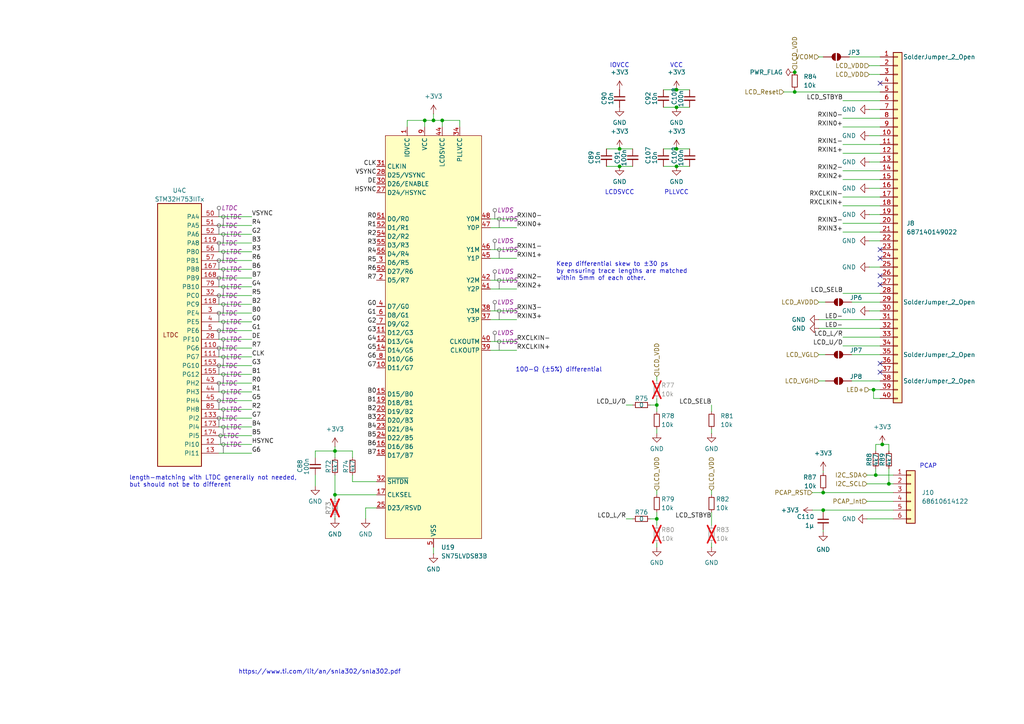
<source format=kicad_sch>
(kicad_sch
	(version 20250114)
	(generator "eeschema")
	(generator_version "9.0")
	(uuid "cfc08744-1338-460e-b9d6-bbb983fd58f1")
	(paper "A4")
	
	(text "100-Ω (±5%) differential "
		(exclude_from_sim no)
		(at 162.56 107.315 0)
		(effects
			(font
				(size 1.27 1.27)
			)
		)
		(uuid "1da41025-8cff-4a99-b544-8c763a73e2d1")
	)
	(text "length-matching with LTDC generally not needed,\nbut should not be to different"
		(exclude_from_sim no)
		(at 37.465 139.7 0)
		(effects
			(font
				(size 1.27 1.27)
			)
			(justify left)
		)
		(uuid "64ed9242-f7ed-489f-9dcd-11e30be8f01f")
	)
	(text "PLLVCC"
		(exclude_from_sim no)
		(at 196.215 55.88 0)
		(effects
			(font
				(size 1.27 1.27)
			)
		)
		(uuid "69441736-eb38-4f01-a3f7-3aea416466f1")
	)
	(text "VCC"
		(exclude_from_sim no)
		(at 196.215 19.05 0)
		(effects
			(font
				(size 1.27 1.27)
			)
		)
		(uuid "7910a5ee-8ec7-4e91-a5a0-12c5f115d328")
	)
	(text "Keep differential skew to ±30 ps\nby ensuring trace lengths are matched\nwithin 5mm of each other."
		(exclude_from_sim no)
		(at 161.29 78.74 0)
		(effects
			(font
				(size 1.27 1.27)
			)
			(justify left)
		)
		(uuid "8eeb9b79-d79c-41a9-8eb5-1c00247d0260")
	)
	(text "PCAP"
		(exclude_from_sim no)
		(at 269.24 135.255 0)
		(effects
			(font
				(size 1.27 1.27)
			)
		)
		(uuid "953f9d08-beaa-4a51-9778-13ce58a1a9e4")
	)
	(text "IOVCC"
		(exclude_from_sim no)
		(at 179.705 19.05 0)
		(effects
			(font
				(size 1.27 1.27)
			)
		)
		(uuid "9606f5f8-be5b-4b2d-8242-fc97946d3518")
	)
	(text "LCDSVCC"
		(exclude_from_sim no)
		(at 179.705 55.88 0)
		(effects
			(font
				(size 1.27 1.27)
			)
		)
		(uuid "b0eadaf5-52dd-452a-a86a-3eeecaa6db12")
	)
	(text "https://www.ti.com/lit/an/snla302/snla302.pdf"
		(exclude_from_sim no)
		(at 92.71 194.945 0)
		(effects
			(font
				(size 1.27 1.27)
			)
			(href "https://www.ti.com/lit/an/snla302/snla302.pdf")
		)
		(uuid "bb44997b-1e8e-473d-b79d-3a23b573ff01")
	)
	(junction
		(at 97.155 130.81)
		(diameter 0)
		(color 0 0 0 0)
		(uuid "0a014240-3880-4e76-9a94-85fc4b86e196")
	)
	(junction
		(at 179.705 48.26)
		(diameter 0)
		(color 0 0 0 0)
		(uuid "1a981e4a-df1f-4554-808a-8cb682e6b709")
	)
	(junction
		(at 255.905 128.905)
		(diameter 0)
		(color 0 0 0 0)
		(uuid "1f38e153-e651-4879-8c77-3220d9bfe30b")
	)
	(junction
		(at 196.215 26.035)
		(diameter 0)
		(color 0 0 0 0)
		(uuid "36bddcfd-11d5-48fe-af61-3a943aa79791")
	)
	(junction
		(at 257.81 140.335)
		(diameter 0)
		(color 0 0 0 0)
		(uuid "3925a27d-4875-405a-8c29-a7ba8d4725f7")
	)
	(junction
		(at 125.73 34.925)
		(diameter 0)
		(color 0 0 0 0)
		(uuid "51eeccfe-6686-4ca9-8aba-d515e08cb179")
	)
	(junction
		(at 190.5 117.475)
		(diameter 0)
		(color 0 0 0 0)
		(uuid "587b8044-6d76-4594-b205-64f5ae3d0cbf")
	)
	(junction
		(at 128.27 34.925)
		(diameter 0)
		(color 0 0 0 0)
		(uuid "5e4fb1b3-b906-42cb-9bcf-1fe43b515c5c")
	)
	(junction
		(at 123.19 34.925)
		(diameter 0)
		(color 0 0 0 0)
		(uuid "6921e377-c6aa-4918-8f18-78751ee65e4b")
	)
	(junction
		(at 230.505 26.67)
		(diameter 0)
		(color 0 0 0 0)
		(uuid "6b7b1be5-7851-40f7-b61c-54746ac8b71c")
	)
	(junction
		(at 179.705 43.18)
		(diameter 0)
		(color 0 0 0 0)
		(uuid "6f2f8254-1c91-4009-962f-948e94f45990")
	)
	(junction
		(at 238.76 147.955)
		(diameter 0)
		(color 0 0 0 0)
		(uuid "833e2d64-fc43-464a-9283-f695744d3d12")
	)
	(junction
		(at 253.365 113.03)
		(diameter 0)
		(color 0 0 0 0)
		(uuid "89518f6e-9c83-421f-9c57-ab6c1f4a7a34")
	)
	(junction
		(at 97.155 143.51)
		(diameter 0)
		(color 0 0 0 0)
		(uuid "b360e58b-d3d1-4f91-b7db-26a83f81783f")
	)
	(junction
		(at 238.76 142.875)
		(diameter 0)
		(color 0 0 0 0)
		(uuid "ba9f6885-d1c2-4976-8e6c-b3c768d67c14")
	)
	(junction
		(at 190.5 150.495)
		(diameter 0)
		(color 0 0 0 0)
		(uuid "cbdd449a-e405-445e-a272-3419885e6243")
	)
	(junction
		(at 196.215 48.26)
		(diameter 0)
		(color 0 0 0 0)
		(uuid "d008a368-33cc-4d3e-b958-698d092dfcd5")
	)
	(junction
		(at 196.215 31.115)
		(diameter 0)
		(color 0 0 0 0)
		(uuid "ec8f96ba-b615-4c3c-85a1-f8ab19bdb118")
	)
	(junction
		(at 230.505 20.955)
		(diameter 0)
		(color 0 0 0 0)
		(uuid "f0bb0dd0-1498-4cf2-80b4-e31af6999afb")
	)
	(junction
		(at 196.215 43.18)
		(diameter 0)
		(color 0 0 0 0)
		(uuid "f4221231-7f4d-4ee4-b654-d71f985c5bf1")
	)
	(junction
		(at 254 137.795)
		(diameter 0)
		(color 0 0 0 0)
		(uuid "f621acd5-9b92-4da7-afc1-ea1e53f7700e")
	)
	(no_connect
		(at 255.27 107.95)
		(uuid "206530de-08a6-4322-927d-360e1543f9c3")
	)
	(no_connect
		(at 255.27 80.01)
		(uuid "4670c019-b6c9-4fcc-b1c1-90483035a52d")
	)
	(no_connect
		(at 255.27 72.39)
		(uuid "57ba4c83-7552-48dc-a263-d34d0b323fe5")
	)
	(no_connect
		(at 255.27 82.55)
		(uuid "58e4a9ba-9959-41ee-8aa7-af7bb26bb0fc")
	)
	(no_connect
		(at 255.27 74.93)
		(uuid "6656bea9-1e28-47cc-8494-9faa91d6f4b4")
	)
	(no_connect
		(at 255.27 24.13)
		(uuid "b5294258-8b2c-4d02-a271-4a5af5e8753b")
	)
	(no_connect
		(at 255.27 105.41)
		(uuid "d5a720d4-226e-4161-a590-27effc13fbc0")
	)
	(wire
		(pts
			(xy 196.215 48.26) (xy 200.025 48.26)
		)
		(stroke
			(width 0)
			(type default)
		)
		(uuid "0298da3d-88c6-441a-bd23-3a8b6279e8c9")
	)
	(wire
		(pts
			(xy 251.46 140.335) (xy 257.81 140.335)
		)
		(stroke
			(width 0)
			(type default)
		)
		(uuid "05e528cd-cd25-429f-b1b3-d804461f1fbb")
	)
	(wire
		(pts
			(xy 257.81 135.89) (xy 257.81 140.335)
		)
		(stroke
			(width 0)
			(type default)
		)
		(uuid "06b39ecd-f131-4d5e-be11-106155e0051c")
	)
	(wire
		(pts
			(xy 149.86 99.06) (xy 142.24 99.06)
		)
		(stroke
			(width 0)
			(type default)
		)
		(uuid "0714a536-7eb6-4ce2-851e-ea015f0458bc")
	)
	(wire
		(pts
			(xy 238.76 154.305) (xy 238.76 153.67)
		)
		(stroke
			(width 0)
			(type default)
		)
		(uuid "07f733c1-2c84-4554-b580-90af3ab3af81")
	)
	(wire
		(pts
			(xy 97.155 149.86) (xy 97.155 150.495)
		)
		(stroke
			(width 0)
			(type default)
		)
		(uuid "09997052-fd26-4555-95c6-8743f1453e4f")
	)
	(wire
		(pts
			(xy 73.025 90.805) (xy 63.5 90.805)
		)
		(stroke
			(width 0)
			(type default)
		)
		(uuid "0c7769d9-58d9-424f-8e8c-af7626579794")
	)
	(wire
		(pts
			(xy 102.235 130.81) (xy 102.235 132.715)
		)
		(stroke
			(width 0)
			(type default)
		)
		(uuid "0c8bd05c-5fba-4223-a449-4cbbc5bdec09")
	)
	(wire
		(pts
			(xy 133.35 34.925) (xy 133.35 36.83)
		)
		(stroke
			(width 0)
			(type default)
		)
		(uuid "0fe53239-7447-4eb5-8ad5-c0e8b73b79db")
	)
	(wire
		(pts
			(xy 125.73 158.75) (xy 125.73 160.655)
		)
		(stroke
			(width 0)
			(type default)
		)
		(uuid "10cb2966-9e76-4d0b-ae0d-260f6ad04f92")
	)
	(wire
		(pts
			(xy 63.5 111.125) (xy 73.025 111.125)
		)
		(stroke
			(width 0)
			(type default)
		)
		(uuid "15e610cc-4c82-431d-a9a2-2303922c457c")
	)
	(wire
		(pts
			(xy 190.5 150.495) (xy 190.5 152.4)
		)
		(stroke
			(width 0)
			(type default)
		)
		(uuid "1682fa89-003e-4157-a37f-bb74a89a1921")
	)
	(wire
		(pts
			(xy 230.505 20.32) (xy 230.505 20.955)
		)
		(stroke
			(width 0)
			(type default)
		)
		(uuid "17155407-70a1-437c-acf1-ef8c745c8d55")
	)
	(wire
		(pts
			(xy 73.025 78.105) (xy 63.5 78.105)
		)
		(stroke
			(width 0)
			(type default)
		)
		(uuid "17d94e04-1564-40d7-929a-7f08193a5664")
	)
	(wire
		(pts
			(xy 238.76 147.955) (xy 238.76 148.59)
		)
		(stroke
			(width 0)
			(type default)
		)
		(uuid "193249d7-42be-4aa3-9346-3782bac88bef")
	)
	(wire
		(pts
			(xy 190.5 109.22) (xy 190.5 110.49)
		)
		(stroke
			(width 0)
			(type default)
		)
		(uuid "19ebde49-e7ee-4f44-aa21-c9a530b73c81")
	)
	(wire
		(pts
			(xy 252.095 90.17) (xy 255.27 90.17)
		)
		(stroke
			(width 0)
			(type default)
		)
		(uuid "1c029d85-b489-425d-b4be-7fb14080dda1")
	)
	(wire
		(pts
			(xy 247.015 87.63) (xy 255.27 87.63)
		)
		(stroke
			(width 0)
			(type default)
		)
		(uuid "1d48773f-2c67-4fd6-b92d-82324b248da6")
	)
	(wire
		(pts
			(xy 73.025 121.285) (xy 63.5 121.285)
		)
		(stroke
			(width 0)
			(type default)
		)
		(uuid "207bac0e-477b-4ecc-a9e7-30d1882c0397")
	)
	(wire
		(pts
			(xy 97.155 130.81) (xy 102.235 130.81)
		)
		(stroke
			(width 0)
			(type default)
		)
		(uuid "23b220bd-13e9-445f-ae5e-3ab326eee3d2")
	)
	(wire
		(pts
			(xy 238.76 142.24) (xy 238.76 142.875)
		)
		(stroke
			(width 0)
			(type default)
		)
		(uuid "23c600d3-e761-4c99-b45d-34adfb2a9b67")
	)
	(wire
		(pts
			(xy 244.475 59.69) (xy 255.27 59.69)
		)
		(stroke
			(width 0)
			(type default)
		)
		(uuid "27619d87-814b-4e66-8ce5-84c9b258f0bf")
	)
	(wire
		(pts
			(xy 142.24 74.93) (xy 149.86 74.93)
		)
		(stroke
			(width 0)
			(type default)
		)
		(uuid "29b1f2f7-9974-4042-9e5d-7f1190fac34f")
	)
	(wire
		(pts
			(xy 142.24 83.82) (xy 149.86 83.82)
		)
		(stroke
			(width 0)
			(type default)
		)
		(uuid "2c715c41-8579-4be5-8127-330173332aa8")
	)
	(wire
		(pts
			(xy 244.475 64.77) (xy 255.27 64.77)
		)
		(stroke
			(width 0)
			(type default)
		)
		(uuid "2f1b7142-5359-4472-b1fd-de96165f83e6")
	)
	(wire
		(pts
			(xy 73.025 80.645) (xy 63.5 80.645)
		)
		(stroke
			(width 0)
			(type default)
		)
		(uuid "2f42cc24-c719-4c2e-85ed-24e93a3cc083")
	)
	(wire
		(pts
			(xy 252.095 21.59) (xy 255.27 21.59)
		)
		(stroke
			(width 0)
			(type default)
		)
		(uuid "2f4e38f2-30cc-442c-b415-30467d32412d")
	)
	(wire
		(pts
			(xy 109.22 139.7) (xy 102.235 139.7)
		)
		(stroke
			(width 0)
			(type default)
		)
		(uuid "2fa43b00-581c-4b57-a7a9-a604f50b01d8")
	)
	(wire
		(pts
			(xy 73.025 70.485) (xy 63.5 70.485)
		)
		(stroke
			(width 0)
			(type default)
		)
		(uuid "2fd05b17-4010-4706-b3dd-e515141cfb1b")
	)
	(wire
		(pts
			(xy 181.61 150.495) (xy 183.515 150.495)
		)
		(stroke
			(width 0)
			(type default)
		)
		(uuid "30ffd6f7-ef1f-437f-9a7c-a23e216c9290")
	)
	(wire
		(pts
			(xy 206.375 117.475) (xy 206.375 119.38)
		)
		(stroke
			(width 0)
			(type default)
		)
		(uuid "312df952-f886-423f-9ecc-b76acc89c019")
	)
	(wire
		(pts
			(xy 244.475 57.15) (xy 255.27 57.15)
		)
		(stroke
			(width 0)
			(type default)
		)
		(uuid "338cbeb0-9e4c-42b6-9787-f19a5da2870c")
	)
	(wire
		(pts
			(xy 73.025 85.725) (xy 63.5 85.725)
		)
		(stroke
			(width 0)
			(type default)
		)
		(uuid "353d6dc0-f1dc-426d-ba7b-8e9e71df4b19")
	)
	(wire
		(pts
			(xy 230.505 26.035) (xy 230.505 26.67)
		)
		(stroke
			(width 0)
			(type default)
		)
		(uuid "354a3f1c-1c85-4f32-9b4a-8a7f5efa4e0a")
	)
	(wire
		(pts
			(xy 254 128.905) (xy 255.905 128.905)
		)
		(stroke
			(width 0)
			(type default)
		)
		(uuid "357e09a7-75f7-41a8-8c60-319f523d3773")
	)
	(wire
		(pts
			(xy 97.155 132.715) (xy 97.155 130.81)
		)
		(stroke
			(width 0)
			(type default)
		)
		(uuid "36eb8b53-c7a4-49dd-be5b-2105c6730fe4")
	)
	(wire
		(pts
			(xy 190.5 148.59) (xy 190.5 150.495)
		)
		(stroke
			(width 0)
			(type default)
		)
		(uuid "37521562-0348-42d1-a316-ad5f22f99668")
	)
	(wire
		(pts
			(xy 106.045 147.32) (xy 109.22 147.32)
		)
		(stroke
			(width 0)
			(type default)
		)
		(uuid "3a719ff8-c0b4-4593-b1f0-e26697bd70c2")
	)
	(wire
		(pts
			(xy 206.375 124.46) (xy 206.375 125.73)
		)
		(stroke
			(width 0)
			(type default)
		)
		(uuid "3ae24d99-1378-4e06-9b17-fab03726b185")
	)
	(wire
		(pts
			(xy 253.365 115.57) (xy 253.365 113.03)
		)
		(stroke
			(width 0)
			(type default)
		)
		(uuid "3d796974-152f-4f56-bd9a-5cb2a66feb94")
	)
	(wire
		(pts
			(xy 149.86 90.17) (xy 142.24 90.17)
		)
		(stroke
			(width 0)
			(type default)
		)
		(uuid "3db8ead2-c244-4591-9f6b-d8e5bc35cade")
	)
	(wire
		(pts
			(xy 251.46 137.795) (xy 254 137.795)
		)
		(stroke
			(width 0)
			(type default)
		)
		(uuid "3f295cfd-ebba-4b1e-bac9-708590bd77b6")
	)
	(wire
		(pts
			(xy 63.5 113.665) (xy 73.025 113.665)
		)
		(stroke
			(width 0)
			(type default)
		)
		(uuid "41c0f2a2-254c-4e56-9716-76286db98166")
	)
	(wire
		(pts
			(xy 91.44 130.81) (xy 97.155 130.81)
		)
		(stroke
			(width 0)
			(type default)
		)
		(uuid "45d0edf7-736a-4aa7-a23f-5212f8458eff")
	)
	(wire
		(pts
			(xy 253.365 115.57) (xy 255.27 115.57)
		)
		(stroke
			(width 0)
			(type default)
		)
		(uuid "4718d472-c8b6-4441-ab81-d18e38c07fbd")
	)
	(wire
		(pts
			(xy 73.025 95.885) (xy 63.5 95.885)
		)
		(stroke
			(width 0)
			(type default)
		)
		(uuid "474024e8-c41f-40cb-9189-6472ac0431c2")
	)
	(wire
		(pts
			(xy 244.475 52.07) (xy 255.27 52.07)
		)
		(stroke
			(width 0)
			(type default)
		)
		(uuid "48985834-8e71-434f-b58e-ed9ffa085d20")
	)
	(wire
		(pts
			(xy 238.76 147.955) (xy 259.08 147.955)
		)
		(stroke
			(width 0)
			(type default)
		)
		(uuid "4c814185-20ab-4c63-85a3-08873cf631b5")
	)
	(wire
		(pts
			(xy 73.025 126.365) (xy 63.5 126.365)
		)
		(stroke
			(width 0)
			(type default)
		)
		(uuid "4cfb2005-de05-4a9f-b8a3-20c9e3e1b72d")
	)
	(wire
		(pts
			(xy 73.025 88.265) (xy 63.5 88.265)
		)
		(stroke
			(width 0)
			(type default)
		)
		(uuid "502ec2c1-b2f3-4c69-8215-aea89d77cbb8")
	)
	(wire
		(pts
			(xy 235.585 142.875) (xy 238.76 142.875)
		)
		(stroke
			(width 0)
			(type default)
		)
		(uuid "51176f82-a718-44d9-8aac-1fbaebeebff1")
	)
	(wire
		(pts
			(xy 125.73 34.925) (xy 128.27 34.925)
		)
		(stroke
			(width 0)
			(type default)
		)
		(uuid "512c3170-6919-410f-ab24-a01210192fc0")
	)
	(wire
		(pts
			(xy 73.025 75.565) (xy 63.5 75.565)
		)
		(stroke
			(width 0)
			(type default)
		)
		(uuid "5189ac23-5b18-47b9-a125-4cf0911b02fc")
	)
	(wire
		(pts
			(xy 175.895 48.26) (xy 179.705 48.26)
		)
		(stroke
			(width 0)
			(type default)
		)
		(uuid "57ab13e2-8a92-42d1-9fb8-6b02d0766ffe")
	)
	(wire
		(pts
			(xy 188.595 150.495) (xy 190.5 150.495)
		)
		(stroke
			(width 0)
			(type default)
		)
		(uuid "5bb6ede0-1f09-4ee3-b054-e913caa88144")
	)
	(wire
		(pts
			(xy 252.095 62.23) (xy 255.27 62.23)
		)
		(stroke
			(width 0)
			(type default)
		)
		(uuid "5d74f553-7285-4b03-8f7a-7493264e6ca7")
	)
	(wire
		(pts
			(xy 237.49 92.71) (xy 255.27 92.71)
		)
		(stroke
			(width 0)
			(type default)
		)
		(uuid "5f241d29-31c2-41f4-bd3d-059c2e65be39")
	)
	(wire
		(pts
			(xy 73.025 128.905) (xy 63.5 128.905)
		)
		(stroke
			(width 0)
			(type default)
		)
		(uuid "6075275d-7f2e-461d-a448-e93aaa6b54b5")
	)
	(wire
		(pts
			(xy 206.375 142.24) (xy 206.375 143.51)
		)
		(stroke
			(width 0)
			(type default)
		)
		(uuid "60c7230e-5bca-4180-bcca-03d23889c8d9")
	)
	(wire
		(pts
			(xy 179.705 43.18) (xy 183.515 43.18)
		)
		(stroke
			(width 0)
			(type default)
		)
		(uuid "652c6c39-fa45-4f03-89a8-cde00a0d1335")
	)
	(wire
		(pts
			(xy 181.61 117.475) (xy 183.515 117.475)
		)
		(stroke
			(width 0)
			(type default)
		)
		(uuid "65cc8ab6-13ef-40a8-9b07-cc9baf602c04")
	)
	(wire
		(pts
			(xy 244.475 67.31) (xy 255.27 67.31)
		)
		(stroke
			(width 0)
			(type default)
		)
		(uuid "671eb76e-ac7c-495b-9377-d06227dbda46")
	)
	(wire
		(pts
			(xy 206.375 157.48) (xy 206.375 158.75)
		)
		(stroke
			(width 0)
			(type default)
		)
		(uuid "68278b12-7341-4bce-ab78-6f965d6478a7")
	)
	(wire
		(pts
			(xy 188.595 117.475) (xy 190.5 117.475)
		)
		(stroke
			(width 0)
			(type default)
		)
		(uuid "6e4fea39-f48b-434e-b2ca-502d3b4c5e09")
	)
	(wire
		(pts
			(xy 106.045 150.495) (xy 106.045 147.32)
		)
		(stroke
			(width 0)
			(type default)
		)
		(uuid "6f5af170-38aa-4c58-a2e9-2e76e811c87e")
	)
	(wire
		(pts
			(xy 63.5 106.045) (xy 73.025 106.045)
		)
		(stroke
			(width 0)
			(type default)
		)
		(uuid "6fd5cd1c-1fce-4386-8556-454db23ddc22")
	)
	(wire
		(pts
			(xy 63.5 108.585) (xy 73.025 108.585)
		)
		(stroke
			(width 0)
			(type default)
		)
		(uuid "705eca2d-93f6-4c58-a085-77d229760b3e")
	)
	(wire
		(pts
			(xy 244.475 100.33) (xy 255.27 100.33)
		)
		(stroke
			(width 0)
			(type default)
		)
		(uuid "71413b15-4c29-4db8-9aca-4d4d08e03b81")
	)
	(wire
		(pts
			(xy 190.5 124.46) (xy 190.5 125.73)
		)
		(stroke
			(width 0)
			(type default)
		)
		(uuid "71808231-1ba2-4266-ac0d-4cd719878a39")
	)
	(wire
		(pts
			(xy 251.46 145.415) (xy 259.08 145.415)
		)
		(stroke
			(width 0)
			(type default)
		)
		(uuid "718cbf0e-2c2e-4dfb-aa82-e96c26e595e9")
	)
	(wire
		(pts
			(xy 73.025 98.425) (xy 63.5 98.425)
		)
		(stroke
			(width 0)
			(type default)
		)
		(uuid "7346d934-c35c-43c1-88c0-f88dc480586d")
	)
	(wire
		(pts
			(xy 123.19 34.925) (xy 125.73 34.925)
		)
		(stroke
			(width 0)
			(type default)
		)
		(uuid "79289023-9eda-4942-b277-ffdf5c17a90c")
	)
	(wire
		(pts
			(xy 206.375 148.59) (xy 206.375 152.4)
		)
		(stroke
			(width 0)
			(type default)
		)
		(uuid "79526d75-b91c-4e80-a209-f4f7252523a2")
	)
	(wire
		(pts
			(xy 237.49 95.25) (xy 255.27 95.25)
		)
		(stroke
			(width 0)
			(type default)
		)
		(uuid "7a3e6c4f-9432-460d-bcc3-675f61fb2f7b")
	)
	(wire
		(pts
			(xy 237.49 87.63) (xy 239.395 87.63)
		)
		(stroke
			(width 0)
			(type default)
		)
		(uuid "7ba4c5a6-fc2a-42bf-835e-6d3fe146eb49")
	)
	(wire
		(pts
			(xy 73.025 65.405) (xy 63.5 65.405)
		)
		(stroke
			(width 0)
			(type default)
		)
		(uuid "7c194a2f-2393-4372-aed6-e1e9f16266e8")
	)
	(wire
		(pts
			(xy 244.475 85.09) (xy 255.27 85.09)
		)
		(stroke
			(width 0)
			(type default)
		)
		(uuid "7d97b2ea-9c3a-4444-8140-5f88442d21a4")
	)
	(wire
		(pts
			(xy 247.015 110.49) (xy 255.27 110.49)
		)
		(stroke
			(width 0)
			(type default)
		)
		(uuid "7eec6d08-ea72-4bec-9e8e-da5a45800fae")
	)
	(wire
		(pts
			(xy 102.235 139.7) (xy 102.235 137.795)
		)
		(stroke
			(width 0)
			(type default)
		)
		(uuid "7ef4ed38-09cf-4dc1-8d17-593720d6bfbd")
	)
	(wire
		(pts
			(xy 257.81 140.335) (xy 259.08 140.335)
		)
		(stroke
			(width 0)
			(type default)
		)
		(uuid "80449c22-7a2e-48ef-b100-319c64440b08")
	)
	(wire
		(pts
			(xy 91.44 130.81) (xy 91.44 132.715)
		)
		(stroke
			(width 0)
			(type default)
		)
		(uuid "8052b36c-73f0-4c99-a4b1-bba64c1b82e2")
	)
	(wire
		(pts
			(xy 118.11 34.925) (xy 123.19 34.925)
		)
		(stroke
			(width 0)
			(type default)
		)
		(uuid "82256a26-20d4-4f1c-8160-6219baaaf0fd")
	)
	(wire
		(pts
			(xy 192.405 31.115) (xy 196.215 31.115)
		)
		(stroke
			(width 0)
			(type default)
		)
		(uuid "824ceded-869f-4f61-9b0d-737a6d94db16")
	)
	(wire
		(pts
			(xy 252.095 31.75) (xy 255.27 31.75)
		)
		(stroke
			(width 0)
			(type default)
		)
		(uuid "83cc7d18-3605-4624-a3e7-065a5db17972")
	)
	(wire
		(pts
			(xy 97.155 129.54) (xy 97.155 130.81)
		)
		(stroke
			(width 0)
			(type default)
		)
		(uuid "862bf58b-0b37-45d1-90c8-c77c888bb601")
	)
	(wire
		(pts
			(xy 238.76 142.875) (xy 259.08 142.875)
		)
		(stroke
			(width 0)
			(type default)
		)
		(uuid "8a253ece-2bc3-43e4-9198-530d6b262d90")
	)
	(wire
		(pts
			(xy 253.365 113.03) (xy 255.27 113.03)
		)
		(stroke
			(width 0)
			(type default)
		)
		(uuid "8b0d9d8b-5c7a-4cad-883a-66ceb5f7ef54")
	)
	(wire
		(pts
			(xy 237.49 102.87) (xy 239.395 102.87)
		)
		(stroke
			(width 0)
			(type default)
		)
		(uuid "8b6da8b0-de78-4e0a-9628-aa523a0de7bb")
	)
	(wire
		(pts
			(xy 252.095 69.85) (xy 255.27 69.85)
		)
		(stroke
			(width 0)
			(type default)
		)
		(uuid "8fcba768-840e-438e-ac66-8ec626ed306c")
	)
	(wire
		(pts
			(xy 175.895 43.18) (xy 179.705 43.18)
		)
		(stroke
			(width 0)
			(type default)
		)
		(uuid "90afa069-9607-44d1-8a5b-5ef07d699a4a")
	)
	(wire
		(pts
			(xy 123.19 34.925) (xy 123.19 36.83)
		)
		(stroke
			(width 0)
			(type default)
		)
		(uuid "95aa725c-7b4c-4809-b773-ab53822a785e")
	)
	(wire
		(pts
			(xy 91.44 137.795) (xy 91.44 140.97)
		)
		(stroke
			(width 0)
			(type default)
		)
		(uuid "96be8705-1aaf-4f28-aace-ecacb5b0fc86")
	)
	(wire
		(pts
			(xy 235.585 147.955) (xy 238.76 147.955)
		)
		(stroke
			(width 0)
			(type default)
		)
		(uuid "9af2513d-bd0e-422c-8c69-9f61ea71fb1c")
	)
	(wire
		(pts
			(xy 244.475 34.29) (xy 255.27 34.29)
		)
		(stroke
			(width 0)
			(type default)
		)
		(uuid "9afaf073-8914-4b5f-9a09-321c7823603b")
	)
	(wire
		(pts
			(xy 149.86 63.5) (xy 142.24 63.5)
		)
		(stroke
			(width 0)
			(type default)
		)
		(uuid "9b1bb6e8-b640-4df4-90e7-f515e45fb94d")
	)
	(wire
		(pts
			(xy 257.81 128.905) (xy 257.81 130.81)
		)
		(stroke
			(width 0)
			(type default)
		)
		(uuid "9c4d6a6f-f984-42f1-a37b-45ccd36c49c2")
	)
	(wire
		(pts
			(xy 252.095 113.03) (xy 253.365 113.03)
		)
		(stroke
			(width 0)
			(type default)
		)
		(uuid "9cb67b43-cabd-47e1-99bb-bf896041f2a0")
	)
	(wire
		(pts
			(xy 255.905 128.905) (xy 257.81 128.905)
		)
		(stroke
			(width 0)
			(type default)
		)
		(uuid "9cd4ebb7-1f67-4d4a-86a6-5d4df2a67f6d")
	)
	(wire
		(pts
			(xy 73.025 103.505) (xy 63.5 103.505)
		)
		(stroke
			(width 0)
			(type default)
		)
		(uuid "9cd80d76-b308-4f36-bf78-30d41cf882c2")
	)
	(wire
		(pts
			(xy 238.76 16.51) (xy 237.49 16.51)
		)
		(stroke
			(width 0)
			(type default)
		)
		(uuid "9f27b011-688f-4b6b-a398-2eb6a223dd49")
	)
	(wire
		(pts
			(xy 73.025 123.825) (xy 63.5 123.825)
		)
		(stroke
			(width 0)
			(type default)
		)
		(uuid "a0b0b6be-49e7-466a-9be7-f5d9a5e202c7")
	)
	(wire
		(pts
			(xy 73.025 62.865) (xy 63.5 62.865)
		)
		(stroke
			(width 0)
			(type default)
		)
		(uuid "a2d4b60b-4a56-4117-9f46-350310b40e10")
	)
	(wire
		(pts
			(xy 238.76 136.525) (xy 238.76 137.16)
		)
		(stroke
			(width 0)
			(type default)
		)
		(uuid "a38bdfda-67d3-463a-8274-24b317601fed")
	)
	(wire
		(pts
			(xy 196.215 43.18) (xy 200.025 43.18)
		)
		(stroke
			(width 0)
			(type default)
		)
		(uuid "a42e8e46-cd2f-432f-9417-b53432b08db3")
	)
	(wire
		(pts
			(xy 230.505 26.67) (xy 255.27 26.67)
		)
		(stroke
			(width 0)
			(type default)
		)
		(uuid "a94d2cb2-c0e3-4b77-867f-08036eb8635e")
	)
	(wire
		(pts
			(xy 179.705 48.26) (xy 183.515 48.26)
		)
		(stroke
			(width 0)
			(type default)
		)
		(uuid "a9ab5bcb-7b6e-465d-8750-6972b61c2bbb")
	)
	(wire
		(pts
			(xy 196.215 31.115) (xy 200.025 31.115)
		)
		(stroke
			(width 0)
			(type default)
		)
		(uuid "aa32b454-0871-44c0-a45c-e8ddba70bf7e")
	)
	(wire
		(pts
			(xy 73.025 83.185) (xy 63.5 83.185)
		)
		(stroke
			(width 0)
			(type default)
		)
		(uuid "ab9141a5-c2e4-4987-b240-5417d21ae07d")
	)
	(wire
		(pts
			(xy 244.475 49.53) (xy 255.27 49.53)
		)
		(stroke
			(width 0)
			(type default)
		)
		(uuid "ae07fa32-ecd4-4f47-9f9a-68257480dc89")
	)
	(wire
		(pts
			(xy 252.095 19.05) (xy 255.27 19.05)
		)
		(stroke
			(width 0)
			(type default)
		)
		(uuid "ae5d1da4-dc18-4b2d-bc7a-ff67f4fd9e22")
	)
	(wire
		(pts
			(xy 73.025 73.025) (xy 63.5 73.025)
		)
		(stroke
			(width 0)
			(type default)
		)
		(uuid "ae88b2ef-c6a0-445c-8cfe-50ec635910c2")
	)
	(wire
		(pts
			(xy 252.095 77.47) (xy 255.27 77.47)
		)
		(stroke
			(width 0)
			(type default)
		)
		(uuid "b3918266-6f83-4b67-95c2-a18adeb3b8f8")
	)
	(wire
		(pts
			(xy 244.475 97.79) (xy 255.27 97.79)
		)
		(stroke
			(width 0)
			(type default)
		)
		(uuid "b74665b8-9c25-4e6e-9b69-3020ade95bd7")
	)
	(wire
		(pts
			(xy 125.73 33.02) (xy 125.73 34.925)
		)
		(stroke
			(width 0)
			(type default)
		)
		(uuid "b840f00d-7dd3-40a7-a038-2bd1432f126e")
	)
	(wire
		(pts
			(xy 128.27 34.925) (xy 133.35 34.925)
		)
		(stroke
			(width 0)
			(type default)
		)
		(uuid "b92b6ecf-f5c2-4e28-a6c0-424f103af062")
	)
	(wire
		(pts
			(xy 252.095 54.61) (xy 255.27 54.61)
		)
		(stroke
			(width 0)
			(type default)
		)
		(uuid "ba578d3a-fb82-4cea-8c1f-7e1fda372293")
	)
	(wire
		(pts
			(xy 254 137.795) (xy 259.08 137.795)
		)
		(stroke
			(width 0)
			(type default)
		)
		(uuid "bbd5ddb8-14c3-4b2b-aa92-4b50e140d68c")
	)
	(wire
		(pts
			(xy 251.46 150.495) (xy 259.08 150.495)
		)
		(stroke
			(width 0)
			(type default)
		)
		(uuid "bc4832a6-be93-4682-a561-6bd59cf7249f")
	)
	(wire
		(pts
			(xy 254 128.905) (xy 254 130.81)
		)
		(stroke
			(width 0)
			(type default)
		)
		(uuid "bd98bc5c-a944-4744-b53e-8f22f3ee1dda")
	)
	(wire
		(pts
			(xy 142.24 101.6) (xy 149.86 101.6)
		)
		(stroke
			(width 0)
			(type default)
		)
		(uuid "bdbf3e05-4ce9-4913-af14-3d367f3a176f")
	)
	(wire
		(pts
			(xy 244.475 36.83) (xy 255.27 36.83)
		)
		(stroke
			(width 0)
			(type default)
		)
		(uuid "bef8842b-46f7-4d9f-b8ff-b5523cb14e85")
	)
	(wire
		(pts
			(xy 73.025 67.945) (xy 63.5 67.945)
		)
		(stroke
			(width 0)
			(type default)
		)
		(uuid "bf035543-2a39-45e7-8df5-7690765d5f49")
	)
	(wire
		(pts
			(xy 246.38 16.51) (xy 255.27 16.51)
		)
		(stroke
			(width 0)
			(type default)
		)
		(uuid "bf1a0c06-a77e-4d5d-b51a-51e35ebf3517")
	)
	(wire
		(pts
			(xy 252.095 39.37) (xy 255.27 39.37)
		)
		(stroke
			(width 0)
			(type default)
		)
		(uuid "bf23b9bf-e84b-4f47-83d9-2d403c4d44e9")
	)
	(wire
		(pts
			(xy 63.5 118.745) (xy 73.025 118.745)
		)
		(stroke
			(width 0)
			(type default)
		)
		(uuid "c74f487b-259d-4448-825c-86a0898969f4")
	)
	(wire
		(pts
			(xy 192.405 43.18) (xy 196.215 43.18)
		)
		(stroke
			(width 0)
			(type default)
		)
		(uuid "c98340a9-4958-44da-bead-778ce16b983c")
	)
	(wire
		(pts
			(xy 244.475 44.45) (xy 255.27 44.45)
		)
		(stroke
			(width 0)
			(type default)
		)
		(uuid "c9db60b3-18a2-4d9a-b871-8efab5d8404d")
	)
	(wire
		(pts
			(xy 192.405 26.035) (xy 196.215 26.035)
		)
		(stroke
			(width 0)
			(type default)
		)
		(uuid "cedf6cc6-cf0c-4876-9970-dbb1e94e38da")
	)
	(wire
		(pts
			(xy 149.86 72.39) (xy 142.24 72.39)
		)
		(stroke
			(width 0)
			(type default)
		)
		(uuid "d075d592-3916-48ba-bae1-4c662547c997")
	)
	(wire
		(pts
			(xy 73.025 100.965) (xy 63.5 100.965)
		)
		(stroke
			(width 0)
			(type default)
		)
		(uuid "d45c6d57-f568-4cd8-b7c8-36ad8932d851")
	)
	(wire
		(pts
			(xy 247.015 102.87) (xy 255.27 102.87)
		)
		(stroke
			(width 0)
			(type default)
		)
		(uuid "d6807f41-e188-46f1-8757-7119b247f85f")
	)
	(wire
		(pts
			(xy 190.5 117.475) (xy 190.5 119.38)
		)
		(stroke
			(width 0)
			(type default)
		)
		(uuid "e03c2f78-ecb6-4011-a780-91df4e9eb48f")
	)
	(wire
		(pts
			(xy 142.24 92.71) (xy 149.86 92.71)
		)
		(stroke
			(width 0)
			(type default)
		)
		(uuid "e0779c4d-d336-4ce1-bfa3-a3790b2fc8bf")
	)
	(wire
		(pts
			(xy 73.025 131.445) (xy 63.5 131.445)
		)
		(stroke
			(width 0)
			(type default)
		)
		(uuid "e08e363e-2784-44c9-a7c0-82001ed08804")
	)
	(wire
		(pts
			(xy 190.5 142.24) (xy 190.5 143.51)
		)
		(stroke
			(width 0)
			(type default)
		)
		(uuid "e0bfcbdd-bdf9-48a7-a6f5-92a1581af31c")
	)
	(wire
		(pts
			(xy 244.475 41.91) (xy 255.27 41.91)
		)
		(stroke
			(width 0)
			(type default)
		)
		(uuid "e2388c05-3c96-4150-bfba-fabf46d0bbae")
	)
	(wire
		(pts
			(xy 97.155 137.795) (xy 97.155 143.51)
		)
		(stroke
			(width 0)
			(type default)
		)
		(uuid "e70de6e4-78af-4d30-a1cb-1182b39e31e4")
	)
	(wire
		(pts
			(xy 142.24 66.04) (xy 149.86 66.04)
		)
		(stroke
			(width 0)
			(type default)
		)
		(uuid "e7cab5c7-8679-4b50-a42f-f882b181fbb9")
	)
	(wire
		(pts
			(xy 118.11 36.83) (xy 118.11 34.925)
		)
		(stroke
			(width 0)
			(type default)
		)
		(uuid "ea9d0ea8-e098-4297-9c55-b45bedd20476")
	)
	(wire
		(pts
			(xy 149.86 81.28) (xy 142.24 81.28)
		)
		(stroke
			(width 0)
			(type default)
		)
		(uuid "eb39c25b-ffe2-4da6-a0b2-8af71d0c1172")
	)
	(wire
		(pts
			(xy 192.405 48.26) (xy 196.215 48.26)
		)
		(stroke
			(width 0)
			(type default)
		)
		(uuid "f16df34f-8751-4964-b975-6f243a856a47")
	)
	(wire
		(pts
			(xy 237.49 110.49) (xy 239.395 110.49)
		)
		(stroke
			(width 0)
			(type default)
		)
		(uuid "f2557df2-1adf-456b-8f1a-153221d9ea7f")
	)
	(wire
		(pts
			(xy 254 135.89) (xy 254 137.795)
		)
		(stroke
			(width 0)
			(type default)
		)
		(uuid "f34b4a7f-30c2-4c02-acad-64be66476446")
	)
	(wire
		(pts
			(xy 63.5 116.205) (xy 73.025 116.205)
		)
		(stroke
			(width 0)
			(type default)
		)
		(uuid "f535fc31-7588-4f12-9448-61babb53b8af")
	)
	(wire
		(pts
			(xy 97.155 143.51) (xy 109.22 143.51)
		)
		(stroke
			(width 0)
			(type default)
		)
		(uuid "f554973e-e8dd-4851-bca8-6fe663208a8f")
	)
	(wire
		(pts
			(xy 97.155 143.51) (xy 97.155 144.78)
		)
		(stroke
			(width 0)
			(type default)
		)
		(uuid "f564e718-be05-4a41-9b64-a20ab63ac335")
	)
	(wire
		(pts
			(xy 73.025 93.345) (xy 63.5 93.345)
		)
		(stroke
			(width 0)
			(type default)
		)
		(uuid "f5a32e9c-1591-4c8b-a8ac-b0056357b0dd")
	)
	(wire
		(pts
			(xy 190.5 157.48) (xy 190.5 158.75)
		)
		(stroke
			(width 0)
			(type default)
		)
		(uuid "f86d5a4b-b4ea-4bd2-b58a-bff92fc439ab")
	)
	(wire
		(pts
			(xy 244.475 29.21) (xy 255.27 29.21)
		)
		(stroke
			(width 0)
			(type default)
		)
		(uuid "f8bd3e43-06b8-48bc-969c-a24c8a936e42")
	)
	(wire
		(pts
			(xy 227.33 26.67) (xy 230.505 26.67)
		)
		(stroke
			(width 0)
			(type default)
		)
		(uuid "f907b5bd-be26-4ce3-bba1-b715c06131de")
	)
	(wire
		(pts
			(xy 190.5 115.57) (xy 190.5 117.475)
		)
		(stroke
			(width 0)
			(type default)
		)
		(uuid "fc269f37-55eb-4e62-8764-57f209f35f43")
	)
	(wire
		(pts
			(xy 252.095 46.99) (xy 255.27 46.99)
		)
		(stroke
			(width 0)
			(type default)
		)
		(uuid "fd2d8bec-9089-483f-bc2e-e8ddcafcfebb")
	)
	(wire
		(pts
			(xy 128.27 34.925) (xy 128.27 36.83)
		)
		(stroke
			(width 0)
			(type default)
		)
		(uuid "fe954440-ef8c-4f09-84e0-0a27616cf92c")
	)
	(wire
		(pts
			(xy 196.215 26.035) (xy 200.025 26.035)
		)
		(stroke
			(width 0)
			(type default)
		)
		(uuid "ffa19dcc-fc4d-4cde-b3c6-4f1326019579")
	)
	(label "RXIN3-"
		(at 149.86 90.17 0)
		(effects
			(font
				(size 1.27 1.27)
			)
			(justify left bottom)
		)
		(uuid "00d2695c-ba7e-4b9b-a7dc-eb3405ab6848")
	)
	(label "CLK"
		(at 109.22 48.26 180)
		(effects
			(font
				(size 1.27 1.27)
			)
			(justify right bottom)
		)
		(uuid "0152042a-2e95-49bd-8c52-583776a4d18d")
	)
	(label "G7"
		(at 109.22 106.68 180)
		(effects
			(font
				(size 1.27 1.27)
			)
			(justify right bottom)
		)
		(uuid "08754e1f-e8f7-4846-ab84-6afec5cd4af9")
	)
	(label "R6"
		(at 73.025 75.565 0)
		(effects
			(font
				(size 1.27 1.27)
			)
			(justify left bottom)
		)
		(uuid "08ca3b5f-fac8-4fb4-9832-087b8859e3e4")
	)
	(label "G6"
		(at 73.025 131.445 0)
		(effects
			(font
				(size 1.27 1.27)
			)
			(justify left bottom)
		)
		(uuid "096b0597-da20-426d-a588-67938caf16a3")
	)
	(label "B0"
		(at 109.22 114.3 180)
		(effects
			(font
				(size 1.27 1.27)
			)
			(justify right bottom)
		)
		(uuid "096d8b65-3f35-45ea-a2cb-ec5d8c6d025a")
	)
	(label "RXIN2+"
		(at 244.475 52.07 180)
		(effects
			(font
				(size 1.27 1.27)
			)
			(justify right bottom)
		)
		(uuid "0e44530d-a1d4-42ae-910e-b7fa88ab0906")
	)
	(label "G6"
		(at 109.22 104.14 180)
		(effects
			(font
				(size 1.27 1.27)
			)
			(justify right bottom)
		)
		(uuid "148f24ec-133d-46ba-8469-e51a77694918")
	)
	(label "LED-"
		(at 244.475 95.25 180)
		(effects
			(font
				(size 1.27 1.27)
			)
			(justify right bottom)
		)
		(uuid "1734c896-d62e-44bd-8d20-21a2e9dccd60")
	)
	(label "B0"
		(at 73.025 90.805 0)
		(effects
			(font
				(size 1.27 1.27)
			)
			(justify left bottom)
		)
		(uuid "2533289e-e9d3-45ba-974c-2c60d94ab3ac")
	)
	(label "B5"
		(at 73.025 126.365 0)
		(effects
			(font
				(size 1.27 1.27)
			)
			(justify left bottom)
		)
		(uuid "2b03ce00-50b9-443b-a694-95e2ad9fbd0b")
	)
	(label "RXCLKIN+"
		(at 244.475 59.69 180)
		(effects
			(font
				(size 1.27 1.27)
			)
			(justify right bottom)
		)
		(uuid "2bc06b32-3f21-403a-9e2f-cc5591cc7bf4")
	)
	(label "B6"
		(at 73.025 78.105 0)
		(effects
			(font
				(size 1.27 1.27)
			)
			(justify left bottom)
		)
		(uuid "2f13269d-acbc-4026-a52b-966bcaf67fb9")
	)
	(label "R5"
		(at 109.22 76.2 180)
		(effects
			(font
				(size 1.27 1.27)
			)
			(justify right bottom)
		)
		(uuid "2f9635c8-4f48-4faf-a078-cffff38268eb")
	)
	(label "G5"
		(at 109.22 101.6 180)
		(effects
			(font
				(size 1.27 1.27)
			)
			(justify right bottom)
		)
		(uuid "2ff65520-03fa-4157-9b8f-e439531e5d4d")
	)
	(label "R5"
		(at 73.025 85.725 0)
		(effects
			(font
				(size 1.27 1.27)
			)
			(justify left bottom)
		)
		(uuid "30a26e4c-77dd-4daa-959d-9445d0b53384")
	)
	(label "LCD_STBYB"
		(at 206.375 150.495 180)
		(effects
			(font
				(size 1.27 1.27)
			)
			(justify right bottom)
		)
		(uuid "313daad7-5729-4cd5-a0eb-96ce9856e820")
	)
	(label "HSYNC"
		(at 73.025 128.905 0)
		(effects
			(font
				(size 1.27 1.27)
			)
			(justify left bottom)
		)
		(uuid "37ed1a4c-aaa7-4117-9939-eaf71c7fd3dd")
	)
	(label "VSYNC"
		(at 73.025 62.865 0)
		(effects
			(font
				(size 1.27 1.27)
			)
			(justify left bottom)
		)
		(uuid "4027ccb6-ccfc-48bb-ac38-97fd486ede19")
	)
	(label "R3"
		(at 73.025 73.025 0)
		(effects
			(font
				(size 1.27 1.27)
			)
			(justify left bottom)
		)
		(uuid "402fbdd1-f16d-42f6-b6d4-2893e3aeedfc")
	)
	(label "RXIN3+"
		(at 149.86 92.71 0)
		(effects
			(font
				(size 1.27 1.27)
			)
			(justify left bottom)
		)
		(uuid "4a58a965-b7ea-4b42-b760-89192e489f04")
	)
	(label "B3"
		(at 73.025 70.485 0)
		(effects
			(font
				(size 1.27 1.27)
			)
			(justify left bottom)
		)
		(uuid "4fe9fb27-c50c-4dba-8b12-14fe9d941704")
	)
	(label "R0"
		(at 73.025 111.125 0)
		(effects
			(font
				(size 1.27 1.27)
			)
			(justify left bottom)
		)
		(uuid "5036eab7-a315-4c60-9769-172ad985f941")
	)
	(label "R6"
		(at 109.22 78.74 180)
		(effects
			(font
				(size 1.27 1.27)
			)
			(justify right bottom)
		)
		(uuid "50a8c713-5dc9-4c0c-87ac-23fc241eaac3")
	)
	(label "RXIN3+"
		(at 244.475 67.31 180)
		(effects
			(font
				(size 1.27 1.27)
			)
			(justify right bottom)
		)
		(uuid "57003274-96a1-4384-8c1a-2fe513369741")
	)
	(label "R1"
		(at 73.025 113.665 0)
		(effects
			(font
				(size 1.27 1.27)
			)
			(justify left bottom)
		)
		(uuid "57fc748d-c2ac-41da-bfa8-02cfdd97af99")
	)
	(label "B1"
		(at 109.22 116.84 180)
		(effects
			(font
				(size 1.27 1.27)
			)
			(justify right bottom)
		)
		(uuid "5a19eec5-bc36-4a24-9e46-c05116e0da24")
	)
	(label "RXIN2-"
		(at 149.86 81.28 0)
		(effects
			(font
				(size 1.27 1.27)
			)
			(justify left bottom)
		)
		(uuid "5db48e7d-4953-4fc8-b0c0-3d62cafc07b8")
	)
	(label "G3"
		(at 73.025 106.045 0)
		(effects
			(font
				(size 1.27 1.27)
			)
			(justify left bottom)
		)
		(uuid "5ece0f61-52d4-421f-b104-18f73cbff931")
	)
	(label "DE"
		(at 73.025 98.425 0)
		(effects
			(font
				(size 1.27 1.27)
			)
			(justify left bottom)
		)
		(uuid "5f11e062-7669-4fed-ae54-2410bfd2c9aa")
	)
	(label "B4"
		(at 109.22 124.46 180)
		(effects
			(font
				(size 1.27 1.27)
			)
			(justify right bottom)
		)
		(uuid "6243d259-549d-440c-89a5-83209aebb695")
	)
	(label "G3"
		(at 109.22 96.52 180)
		(effects
			(font
				(size 1.27 1.27)
			)
			(justify right bottom)
		)
		(uuid "6475158b-452e-4407-bc5c-cbe2225862a0")
	)
	(label "B3"
		(at 109.22 121.92 180)
		(effects
			(font
				(size 1.27 1.27)
			)
			(justify right bottom)
		)
		(uuid "68a208c6-5f66-4de8-95eb-958a270c0efd")
	)
	(label "RXIN2+"
		(at 149.86 83.82 0)
		(effects
			(font
				(size 1.27 1.27)
			)
			(justify left bottom)
		)
		(uuid "6a680cca-13a6-4f53-947d-dd7b77cb8d80")
	)
	(label "RXCLKIN-"
		(at 149.86 99.06 0)
		(effects
			(font
				(size 1.27 1.27)
			)
			(justify left bottom)
		)
		(uuid "6f80c29e-dcfb-470f-b8a3-254f5fe8390b")
	)
	(label "G2"
		(at 109.22 93.98 180)
		(effects
			(font
				(size 1.27 1.27)
			)
			(justify right bottom)
		)
		(uuid "6fe78f8c-aa6c-495b-a2d0-7e4f6326bc40")
	)
	(label "LCD_L{slash}R"
		(at 181.61 150.495 180)
		(effects
			(font
				(size 1.27 1.27)
			)
			(justify right bottom)
		)
		(uuid "701f3dff-6da1-4e71-87d5-12c85549e106")
	)
	(label "R3"
		(at 109.22 71.12 180)
		(effects
			(font
				(size 1.27 1.27)
			)
			(justify right bottom)
		)
		(uuid "708b591f-2881-4ae0-a20b-d8559f75da6e")
	)
	(label "B5"
		(at 109.22 127 180)
		(effects
			(font
				(size 1.27 1.27)
			)
			(justify right bottom)
		)
		(uuid "70da06be-4e17-4517-957d-299c1ceb91d9")
	)
	(label "LCD_U{slash}D"
		(at 181.61 117.475 180)
		(effects
			(font
				(size 1.27 1.27)
			)
			(justify right bottom)
		)
		(uuid "736e1f78-2325-48bc-b630-11f9ba7deaad")
	)
	(label "G1"
		(at 109.22 91.44 180)
		(effects
			(font
				(size 1.27 1.27)
			)
			(justify right bottom)
		)
		(uuid "82a3c86b-2ae2-4258-a371-0c95745c9d37")
	)
	(label "RXIN1-"
		(at 244.475 41.91 180)
		(effects
			(font
				(size 1.27 1.27)
			)
			(justify right bottom)
		)
		(uuid "9071c682-3516-4aba-9b72-926e5fa6e5bc")
	)
	(label "R4"
		(at 109.22 73.66 180)
		(effects
			(font
				(size 1.27 1.27)
			)
			(justify right bottom)
		)
		(uuid "90d54928-5f90-4149-bde2-70defc6cd53c")
	)
	(label "B2"
		(at 109.22 119.38 180)
		(effects
			(font
				(size 1.27 1.27)
			)
			(justify right bottom)
		)
		(uuid "939d674a-7322-4175-89d4-6cd3eda47fcd")
	)
	(label "R2"
		(at 73.025 118.745 0)
		(effects
			(font
				(size 1.27 1.27)
			)
			(justify left bottom)
		)
		(uuid "94c16b95-1411-4c82-ab58-c6752095558e")
	)
	(label "RXIN1+"
		(at 244.475 44.45 180)
		(effects
			(font
				(size 1.27 1.27)
			)
			(justify right bottom)
		)
		(uuid "9905f431-c83d-495d-8fe2-35654f4019ee")
	)
	(label "R2"
		(at 109.22 68.58 180)
		(effects
			(font
				(size 1.27 1.27)
			)
			(justify right bottom)
		)
		(uuid "9935db15-f43d-43b7-bea3-038a4563c6a7")
	)
	(label "G4"
		(at 73.025 83.185 0)
		(effects
			(font
				(size 1.27 1.27)
			)
			(justify left bottom)
		)
		(uuid "9a114369-d623-4017-b616-6be20bbadbe7")
	)
	(label "G5"
		(at 73.025 116.205 0)
		(effects
			(font
				(size 1.27 1.27)
			)
			(justify left bottom)
		)
		(uuid "a74c3866-9696-441e-9426-16d3b6653334")
	)
	(label "R1"
		(at 109.22 66.04 180)
		(effects
			(font
				(size 1.27 1.27)
			)
			(justify right bottom)
		)
		(uuid "a817359a-3459-47a6-8818-6adb45365941")
	)
	(label "R7"
		(at 109.22 81.28 180)
		(effects
			(font
				(size 1.27 1.27)
			)
			(justify right bottom)
		)
		(uuid "ac079dbe-5a78-4a17-966e-171b8aced527")
	)
	(label "LCD_L{slash}R"
		(at 244.475 97.79 180)
		(effects
			(font
				(size 1.27 1.27)
			)
			(justify right bottom)
		)
		(uuid "af953849-ae79-4acc-9dd4-43444d84753b")
	)
	(label "B6"
		(at 109.22 129.54 180)
		(effects
			(font
				(size 1.27 1.27)
			)
			(justify right bottom)
		)
		(uuid "b0621dcb-a832-422e-b6eb-2d5b296b5c91")
	)
	(label "B1"
		(at 73.025 108.585 0)
		(effects
			(font
				(size 1.27 1.27)
			)
			(justify left bottom)
		)
		(uuid "b8bb422a-6cb6-44d7-8efe-c78bca779ae7")
	)
	(label "RXIN3-"
		(at 244.475 64.77 180)
		(effects
			(font
				(size 1.27 1.27)
			)
			(justify right bottom)
		)
		(uuid "b9c11c3c-104f-422e-aa41-9c235b7c0fc2")
	)
	(label "RXIN0+"
		(at 149.86 66.04 0)
		(effects
			(font
				(size 1.27 1.27)
			)
			(justify left bottom)
		)
		(uuid "b9c9e84b-4347-4742-9098-b667fb92b454")
	)
	(label "B7"
		(at 73.025 80.645 0)
		(effects
			(font
				(size 1.27 1.27)
			)
			(justify left bottom)
		)
		(uuid "c02d7445-1166-41f6-90dc-bbc5efa3194f")
	)
	(label "RXIN0+"
		(at 244.475 36.83 180)
		(effects
			(font
				(size 1.27 1.27)
			)
			(justify right bottom)
		)
		(uuid "c4763b04-115c-41c7-850d-a985c42bc0c0")
	)
	(label "RXIN0-"
		(at 149.86 63.5 0)
		(effects
			(font
				(size 1.27 1.27)
			)
			(justify left bottom)
		)
		(uuid "c7fe985c-fcd6-423c-9a11-e177e191ec62")
	)
	(label "G0"
		(at 109.22 88.9 180)
		(effects
			(font
				(size 1.27 1.27)
			)
			(justify right bottom)
		)
		(uuid "c8abbefb-8dd6-4a5b-a015-e266fb5b1ef4")
	)
	(label "R0"
		(at 109.22 63.5 180)
		(effects
			(font
				(size 1.27 1.27)
			)
			(justify right bottom)
		)
		(uuid "c9efc170-5f61-4d65-ad7e-22c526cf67ae")
	)
	(label "RXIN0-"
		(at 244.475 34.29 180)
		(effects
			(font
				(size 1.27 1.27)
			)
			(justify right bottom)
		)
		(uuid "d06c52dc-fbc3-4fab-9eee-173335b7e10f")
	)
	(label "RXIN2-"
		(at 244.475 49.53 180)
		(effects
			(font
				(size 1.27 1.27)
			)
			(justify right bottom)
		)
		(uuid "d0a7a9ef-000a-4c51-ad98-e4f29d14666f")
	)
	(label "VSYNC"
		(at 109.22 50.8 180)
		(effects
			(font
				(size 1.27 1.27)
			)
			(justify right bottom)
		)
		(uuid "d2598da9-f418-4cea-ba7a-c8a9e011890c")
	)
	(label "LED-"
		(at 244.475 92.71 180)
		(effects
			(font
				(size 1.27 1.27)
			)
			(justify right bottom)
		)
		(uuid "d39ef679-e84b-4496-9a68-7890c3c1cf76")
	)
	(label "CLK"
		(at 73.025 103.505 0)
		(effects
			(font
				(size 1.27 1.27)
			)
			(justify left bottom)
		)
		(uuid "d517b796-9870-4a9a-9e4d-e348d03fd5c2")
	)
	(label "B7"
		(at 109.22 132.08 180)
		(effects
			(font
				(size 1.27 1.27)
			)
			(justify right bottom)
		)
		(uuid "d8f9f2c4-0c1b-4083-a93f-78683476a003")
	)
	(label "RXIN1+"
		(at 149.86 74.93 0)
		(effects
			(font
				(size 1.27 1.27)
			)
			(justify left bottom)
		)
		(uuid "ddbd3f55-cf36-4eac-ac86-5a9811fc7432")
	)
	(label "G4"
		(at 109.22 99.06 180)
		(effects
			(font
				(size 1.27 1.27)
			)
			(justify right bottom)
		)
		(uuid "de5900e9-f2b0-45a4-a513-48b158a9284c")
	)
	(label "G1"
		(at 73.025 95.885 0)
		(effects
			(font
				(size 1.27 1.27)
			)
			(justify left bottom)
		)
		(uuid "de7d90ee-d86b-4bfd-a987-0356c8844a67")
	)
	(label "HSYNC"
		(at 109.22 55.88 180)
		(effects
			(font
				(size 1.27 1.27)
			)
			(justify right bottom)
		)
		(uuid "dec2560e-1c9e-4de4-99ac-b11179322378")
	)
	(label "DE"
		(at 109.22 53.34 180)
		(effects
			(font
				(size 1.27 1.27)
			)
			(justify right bottom)
		)
		(uuid "ded0d982-9f4c-41a8-b23e-e86a83d8dcfa")
	)
	(label "G0"
		(at 73.025 93.345 0)
		(effects
			(font
				(size 1.27 1.27)
			)
			(justify left bottom)
		)
		(uuid "e050301c-7a8f-46e2-809d-9668034dcb70")
	)
	(label "G7"
		(at 73.025 121.285 0)
		(effects
			(font
				(size 1.27 1.27)
			)
			(justify left bottom)
		)
		(uuid "e25cac01-a1d1-4410-9453-dc1e7dee9884")
	)
	(label "RXCLKIN-"
		(at 244.475 57.15 180)
		(effects
			(font
				(size 1.27 1.27)
			)
			(justify right bottom)
		)
		(uuid "e3479dc0-fac6-47ea-afd9-7a262d6f45ef")
	)
	(label "B4"
		(at 73.025 123.825 0)
		(effects
			(font
				(size 1.27 1.27)
			)
			(justify left bottom)
		)
		(uuid "e7ccaf11-9574-4634-8ca0-f954410a4778")
	)
	(label "R4"
		(at 73.025 65.405 0)
		(effects
			(font
				(size 1.27 1.27)
			)
			(justify left bottom)
		)
		(uuid "e91c9602-f555-4d1a-969c-4d914a963e81")
	)
	(label "LCD_SELB"
		(at 206.375 117.475 180)
		(effects
			(font
				(size 1.27 1.27)
			)
			(justify right bottom)
		)
		(uuid "e9d94d1f-97da-4201-b98e-6b26159f2204")
	)
	(label "B2"
		(at 73.025 88.265 0)
		(effects
			(font
				(size 1.27 1.27)
			)
			(justify left bottom)
		)
		(uuid "ed36f253-9a6b-4cae-b9ae-6752c6373800")
	)
	(label "LCD_U{slash}D"
		(at 244.475 100.33 180)
		(effects
			(font
				(size 1.27 1.27)
			)
			(justify right bottom)
		)
		(uuid "f1579240-69c8-4d8a-89ae-2a00d9698b8b")
	)
	(label "RXIN1-"
		(at 149.86 72.39 0)
		(effects
			(font
				(size 1.27 1.27)
			)
			(justify left bottom)
		)
		(uuid "f360c92e-2eb1-4534-86d2-2f65a605e7b6")
	)
	(label "G2"
		(at 73.025 67.945 0)
		(effects
			(font
				(size 1.27 1.27)
			)
			(justify left bottom)
		)
		(uuid "f40a8545-3449-45e3-888c-94ec74c3e77a")
	)
	(label "LCD_STBYB"
		(at 244.475 29.21 180)
		(effects
			(font
				(size 1.27 1.27)
			)
			(justify right bottom)
		)
		(uuid "f71214ca-fedd-46f5-9f55-ff4662ffc85a")
	)
	(label "LCD_SELB"
		(at 244.475 85.09 180)
		(effects
			(font
				(size 1.27 1.27)
			)
			(justify right bottom)
		)
		(uuid "f95e3bdd-eb99-4910-b163-a94bde2e55b0")
	)
	(label "R7"
		(at 73.025 100.965 0)
		(effects
			(font
				(size 1.27 1.27)
			)
			(justify left bottom)
		)
		(uuid "fa4f78e8-8127-423f-8374-784ea8cb31b0")
	)
	(label "RXCLKIN+"
		(at 149.86 101.6 0)
		(effects
			(font
				(size 1.27 1.27)
			)
			(justify left bottom)
		)
		(uuid "fed5ce88-e465-4cb9-ac19-177ee6aeaeae")
	)
	(hierarchical_label "I2C_SCL"
		(shape input)
		(at 251.46 140.335 180)
		(effects
			(font
				(size 1.27 1.27)
			)
			(justify right)
		)
		(uuid "1ab6f00c-4a46-41c8-ae71-62438a1901db")
	)
	(hierarchical_label "PCAP_Int"
		(shape input)
		(at 251.46 145.415 180)
		(effects
			(font
				(size 1.27 1.27)
			)
			(justify right)
		)
		(uuid "1baf865d-5d73-4094-9716-7ec9ddfb880c")
	)
	(hierarchical_label "LCD_VDD"
		(shape input)
		(at 252.095 19.05 180)
		(effects
			(font
				(size 1.27 1.27)
			)
			(justify right)
		)
		(uuid "1cb8394a-6551-44a5-94f5-9a55976fa885")
	)
	(hierarchical_label "LCD_VDD"
		(shape input)
		(at 190.5 109.22 90)
		(effects
			(font
				(size 1.27 1.27)
			)
			(justify left)
		)
		(uuid "24cfca9f-9dfe-4f0b-8ed5-967deebbd3c0")
	)
	(hierarchical_label "LCD_Reset"
		(shape input)
		(at 227.3
... [113295 chars truncated]
</source>
